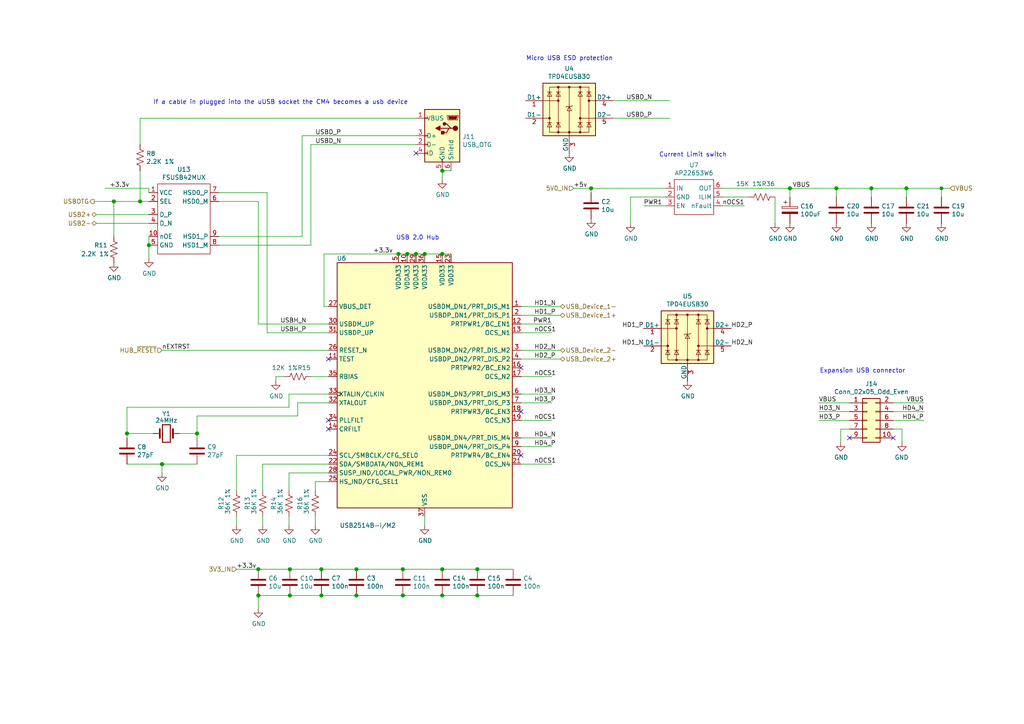
<source format=kicad_sch>
(kicad_sch (version 20231120) (generator "eeschema") (generator_version "8.0")
  (paper "A4")
  (title_block (title "Compute Module 4 IO Board - USB") (rev "1") (company "© 2020-2022 Raspberry Pi Ltd (formerly Raspberry Pi (Trading) Ltd.)") (comment 1 "www.raspberrypi.com"))
  (lib_symbols
    (symbol "CM4IO:AP2553W6"
      (property "Reference" "U" (at 3.81 -6.35 0))
      (property "Value" "AP2553W6" (at -3.81 -6.35 0))
      (symbol "AP2553W6_0_0"
        (pin power_in line (at -8.89 2.54 0) (length 2.54) (name "IN") (number "1"))
        (pin power_out line (at -8.89 0 0) (length 2.54) (name "GND") (number "2"))
        (pin input line (at -8.89 -2.54 0) (length 2.54) (name "EN") (number "3"))
        (pin open_collector line (at 7.62 -2.54 180) (length 2.54) (name "nFault") (number "4"))
        (pin passive line (at 7.62 0 180) (length 2.54) (name "ILIM") (number "5"))
        (pin power_out line (at 7.62 2.54 180) (length 2.54) (name "OUT") (number "6"))
      )
      (symbol "AP2553W6_0_1"
        (rectangle (start -6.35 5.08) (end 5.08 -5.08))
      )
    )
    (symbol "CM4IO:FSUSB42MX"
      (property "Reference" "U" (at -7.62 20.32 0))
      (property "Value" "FSUSB42MX" (at -2.54 -2.54 0))
      (symbol "FSUSB42MX_0_0"
        (pin power_in line (at 8.89 16.51 180) (length 2.54) (name "VCC") (number "1"))
        (pin input line (at 8.89 3.81 180) (length 2.54) (name "nOE") (number "10"))
        (pin input line (at 8.89 13.97 180) (length 2.54) (name "SEL") (number "2"))
        (pin bidirectional line (at 8.89 10.16 180) (length 2.54) (name "D_P") (number "3"))
        (pin bidirectional line (at 8.89 7.62 180) (length 2.54) (name "D_N") (number "4"))
        (pin power_in line (at 8.89 1.27 180) (length 2.54) (name "GND") (number "5"))
        (pin bidirectional line (at -11.43 13.97 0) (length 2.54) (name "HSD0_M") (number "6"))
        (pin bidirectional line (at -11.43 16.51 0) (length 2.54) (name "HSD0_P") (number "7"))
        (pin bidirectional line (at -11.43 1.27 0) (length 2.54) (name "HSD1_M") (number "8"))
        (pin bidirectional line (at -11.43 3.81 0) (length 2.54) (name "HSD1_P") (number "9"))
      )
      (symbol "FSUSB42MX_0_1"
        (rectangle (start -8.89 19.05) (end 6.35 -1.27))
      )
    )
    (symbol "CM4IO:TPD4EUSB30" (pin_names (offset 0))
      (property "Reference" "U" (at -0.635 8.89 0))
      (property "Value" "TPD4EUSB30" (at 8.89 -10.16 0))
      (symbol "TPD4EUSB30_0_0"
        (rectangle (start -5.715 6.477) (end 5.715 -6.604))
        (polyline (pts (xy -3.175 -6.604) (xy -3.175 6.477)))
        (polyline (pts (xy 0 6.477) (xy 0 -6.604)))
        (polyline (pts (xy 3.175 6.477) (xy 3.175 -6.604)))
      )
      (symbol "TPD4EUSB30_0_1"
        (rectangle (start -7.62 7.62) (end 7.62 -7.62) (stroke (width 0.254)) (fill (type background)))
        (circle (center -5.715 -2.54) (radius 0.2794) (fill (type outline)))
        (circle (center -3.175 -6.604) (radius 0.2794) (fill (type outline)))
        (circle (center -3.175 2.54) (radius 0.2794) (fill (type outline)))
        (circle (center -3.175 6.477) (radius 0.2794) (fill (type outline)))
        (circle (center 0 -6.604) (radius 0.2794) (fill (type outline)))
        (polyline (pts (xy -7.747 2.54) (xy -3.175 2.54)))
        (polyline (pts (xy -7.62 -2.54) (xy -5.715 -2.54)))
        (polyline (pts (xy -5.08 -3.81) (xy -6.35 -3.81)))
        (polyline (pts (xy -5.08 5.08) (xy -6.35 5.08)))
        (polyline (pts (xy -2.54 -3.81) (xy -3.81 -3.81)))
        (polyline (pts (xy -2.54 5.08) (xy -3.81 5.08)))
        (polyline (pts (xy -0.635 0.889) (xy -1.016 0.635)))
        (polyline (pts (xy 0 -6.604) (xy 0 -7.62)))
        (polyline (pts (xy 0.635 0.889) (xy -0.635 0.889)))
        (polyline (pts (xy 0.635 0.889) (xy 1.016 1.143)))
        (polyline (pts (xy 3.81 -3.81) (xy 2.54 -3.81)))
        (polyline (pts (xy 3.81 5.08) (xy 2.54 5.08)))
        (polyline (pts (xy 6.35 -3.81) (xy 5.08 -3.81)))
        (polyline (pts (xy 6.35 5.08) (xy 5.08 5.08)))
        (polyline (pts (xy 7.62 -2.54) (xy 3.175 -2.54)))
        (polyline (pts (xy 7.62 2.54) (xy 5.715 2.54)))
        (polyline (pts (xy -5.08 -5.08) (xy -6.35 -5.08) (xy -5.715 -3.81) (xy -5.08 -5.08)))
        (polyline (pts (xy -5.08 3.81) (xy -6.35 3.81) (xy -5.715 5.08) (xy -5.08 3.81)))
        (polyline (pts (xy -2.54 -5.08) (xy -3.81 -5.08) (xy -3.175 -3.81) (xy -2.54 -5.08)))
        (polyline (pts (xy -2.54 3.81) (xy -3.81 3.81) (xy -3.175 5.08) (xy -2.54 3.81)))
        (polyline (pts (xy 0.635 -0.381) (xy -0.635 -0.381) (xy 0 0.889) (xy 0.635 -0.381)))
        (polyline (pts (xy 3.81 -5.08) (xy 2.54 -5.08) (xy 3.175 -3.81) (xy 3.81 -5.08)))
        (polyline (pts (xy 3.81 3.81) (xy 2.54 3.81) (xy 3.175 5.08) (xy 3.81 3.81)))
        (polyline (pts (xy 6.35 -5.08) (xy 5.08 -5.08) (xy 5.715 -3.81) (xy 6.35 -5.08)))
        (polyline (pts (xy 6.35 3.81) (xy 5.08 3.81) (xy 5.715 5.08) (xy 6.35 3.81)))
        (circle (center 0 6.477) (radius 0.2794) (fill (type outline)))
        (circle (center 3.175 -6.604) (radius 0.2794) (fill (type outline)))
        (circle (center 3.175 -2.54) (radius 0.2794) (fill (type outline)))
        (circle (center 3.175 6.477) (radius 0.2794) (fill (type outline)))
        (circle (center 5.715 2.54) (radius 0.2794) (fill (type outline)))
      )
      (symbol "TPD4EUSB30_1_1"
        (pin passive line (at -12.7 2.54 0) (length 5.08) (name "D1+") (number "1"))
        (pin passive line (at -12.7 2.54 0) (length 5.08) hide (name "~") (number "10"))
        (pin passive line (at -12.7 -2.54 0) (length 5.08) (name "D1-") (number "2"))
        (pin power_in line (at 0 -12.7 90) (length 5.08) (name "GND") (number "3"))
        (pin passive line (at 12.7 2.54 180) (length 5.08) (name "D2+") (number "4"))
        (pin passive line (at 12.7 -2.54 180) (length 5.08) (name "D2-") (number "5"))
        (pin passive line (at 12.7 -2.54 180) (length 5.08) hide (name "~") (number "6"))
        (pin passive line (at 12.7 2.54 180) (length 5.08) hide (name "~") (number "7"))
        (pin passive line (at 0 -12.7 90) (length 5.08) hide (name "GND") (number "8"))
        (pin passive line (at -12.7 -2.54 0) (length 5.08) hide (name "~") (number "9"))
      )
    )
    (symbol "Connector:USB_OTG"
      (property "Reference" "J" (at -5.08 11.43 0))
      (property "Value" "USB_OTG" (at -5.08 8.89 0))
      (symbol "USB_OTG_0_1"
        (rectangle (start -5.08 -7.62) (end 5.08 7.62) (stroke (width 0.254)) (fill (type background)))
        (circle (center -3.81 2.159) (radius 0.635) (stroke (width 0.254)) (fill (type outline)))
        (circle (center -0.635 3.429) (radius 0.381) (stroke (width 0.254)) (fill (type outline)))
        (rectangle (start -0.127 -7.62) (end 0.127 -6.858))
        (polyline (pts (xy -1.905 2.159) (xy 0.635 2.159)) (stroke (width 0.254)))
        (polyline (pts (xy -3.175 2.159) (xy -2.54 2.159) (xy -1.27 3.429) (xy -0.635 3.429)) (stroke (width 0.254)))
        (polyline (pts (xy -2.54 2.159) (xy -1.905 2.159) (xy -1.27 0.889) (xy 0 0.889)) (stroke (width 0.254)))
        (polyline (pts (xy 0.635 2.794) (xy 0.635 1.524) (xy 1.905 2.159) (xy 0.635 2.794)) (stroke (width 0.254)) (fill (type outline)))
        (polyline (pts (xy -4.318 5.588) (xy -1.778 5.588) (xy -2.032 4.826) (xy -4.064 4.826) (xy -4.318 5.588)) (fill (type outline)))
        (polyline (pts (xy -4.699 5.842) (xy -4.699 5.588) (xy -4.445 4.826) (xy -4.445 4.572) (xy -1.651 4.572) (xy -1.651 4.826) (xy -1.397 5.588) (xy -1.397 5.842) (xy -4.699 5.842)))
        (rectangle (start 0.254 1.27) (end -0.508 0.508) (stroke (width 0.254)) (fill (type outline)))
        (rectangle (start 5.08 -5.207) (end 4.318 -4.953))
        (rectangle (start 5.08 -2.667) (end 4.318 -2.413))
        (rectangle (start 5.08 -0.127) (end 4.318 0.127))
        (rectangle (start 5.08 4.953) (end 4.318 5.207))
      )
      (symbol "USB_OTG_1_1"
        (pin power_in line (at 7.62 5.08 180) (length 2.54) (name "VBUS") (number "1"))
        (pin passive line (at 7.62 -2.54 180) (length 2.54) (name "D-") (number "2"))
        (pin passive line (at 7.62 0 180) (length 2.54) (name "D+") (number "3"))
        (pin passive line (at 7.62 -5.08 180) (length 2.54) (name "ID") (number "4"))
        (pin power_in line (at 0 -10.16 90) (length 2.54) (name "GND") (number "5"))
        (pin passive line (at -2.54 -10.16 90) (length 2.54) (name "Shield") (number "6"))
      )
    )
    (symbol "Connector_Generic:Conn_02x05_Odd_Even" (pin_names hide)
      (property "Reference" "J" (at 1.27 7.62 0))
      (property "Value" "Conn_02x05_Odd_Even" (at 1.27 -7.62 0))
      (symbol "Conn_02x05_Odd_Even_1_1"
        (rectangle (start -1.27 -4.953) (end 0 -5.207))
        (rectangle (start -1.27 -2.413) (end 0 -2.667))
        (rectangle (start -1.27 0.127) (end 0 -0.127))
        (rectangle (start -1.27 2.667) (end 0 2.413))
        (rectangle (start -1.27 5.207) (end 0 4.953))
        (rectangle (start -1.27 6.35) (end 3.81 -6.35) (stroke (width 0.254)) (fill (type background)))
        (rectangle (start 3.81 -4.953) (end 2.54 -5.207))
        (rectangle (start 3.81 -2.413) (end 2.54 -2.667))
        (rectangle (start 3.81 0.127) (end 2.54 -0.127))
        (rectangle (start 3.81 2.667) (end 2.54 2.413))
        (rectangle (start 3.81 5.207) (end 2.54 4.953))
        (pin passive line (at -5.08 5.08 0) (length 3.81) (name "Pin_1") (number "1"))
        (pin passive line (at 7.62 -5.08 180) (length 3.81) (name "Pin_10") (number "10"))
        (pin passive line (at 7.62 5.08 180) (length 3.81) (name "Pin_2") (number "2"))
        (pin passive line (at -5.08 2.54 0) (length 3.81) (name "Pin_3") (number "3"))
        (pin passive line (at 7.62 2.54 180) (length 3.81) (name "Pin_4") (number "4"))
        (pin passive line (at -5.08 0 0) (length 3.81) (name "Pin_5") (number "5"))
        (pin passive line (at 7.62 0 180) (length 3.81) (name "Pin_6") (number "6"))
        (pin passive line (at -5.08 -2.54 0) (length 3.81) (name "Pin_7") (number "7"))
        (pin passive line (at 7.62 -2.54 180) (length 3.81) (name "Pin_8") (number "8"))
        (pin passive line (at -5.08 -5.08 0) (length 3.81) (name "Pin_9") (number "9"))
      )
    )
    (symbol "Device:C" (pin_numbers hide) (pin_names (offset 0.254))
      (property "Reference" "C" (at 0.635 2.54 0))
      (property "Value" "C" (at 0.635 -2.54 0))
      (symbol "C_0_1"
        (polyline (pts (xy -2.032 -0.762) (xy 2.032 -0.762)) (stroke (width 0.508)))
        (polyline (pts (xy -2.032 0.762) (xy 2.032 0.762)) (stroke (width 0.508)))
      )
      (symbol "C_1_1"
        (pin passive line (at 0 3.81 270) (length 2.794) (name "~") (number "1"))
        (pin passive line (at 0 -3.81 90) (length 2.794) (name "~") (number "2"))
      )
    )
    (symbol "Device:CP" (pin_numbers hide) (pin_names (offset 0.254))
      (property "Reference" "C" (at 0.635 2.54 0))
      (property "Value" "CP" (at 0.635 -2.54 0))
      (symbol "CP_0_1"
        (rectangle (start -2.286 0.508) (end 2.286 1.016))
        (polyline (pts (xy -1.778 2.286) (xy -0.762 2.286)))
        (polyline (pts (xy -1.27 2.794) (xy -1.27 1.778)))
        (rectangle (start 2.286 -0.508) (end -2.286 -1.016) (fill (type outline)))
      )
      (symbol "CP_1_1"
        (pin passive line (at 0 3.81 270) (length 2.794) (name "~") (number "1"))
        (pin passive line (at 0 -3.81 90) (length 2.794) (name "~") (number "2"))
      )
    )
    (symbol "Device:Crystal" (pin_numbers hide) (pin_names hide)
      (property "Reference" "Y" (at 0 3.81 0))
      (property "Value" "Crystal" (at 0 -3.81 0))
      (symbol "Crystal_0_1"
        (rectangle (start -1.143 2.54) (end 1.143 -2.54) (stroke (width 0.3048)))
        (polyline (pts (xy -2.54 0) (xy -1.905 0)))
        (polyline (pts (xy -1.905 -1.27) (xy -1.905 1.27)) (stroke (width 0.508)))
        (polyline (pts (xy 1.905 -1.27) (xy 1.905 1.27)) (stroke (width 0.508)))
        (polyline (pts (xy 2.54 0) (xy 1.905 0)))
      )
      (symbol "Crystal_1_1"
        (pin passive line (at -3.81 0 0) (length 1.27) (name "1") (number "1"))
        (pin passive line (at 3.81 0 180) (length 1.27) (name "2") (number "2"))
      )
    )
    (symbol "Device:R_US" (pin_numbers hide) (pin_names (offset 0))
      (property "Reference" "R" (at 2.54 0 90))
      (property "Value" "R_US" (at -2.54 0 90))
      (symbol "R_US_0_1"
        (polyline (pts (xy 0 -2.286) (xy 0 -2.54)))
        (polyline (pts (xy 0 2.286) (xy 0 2.54)))
        (polyline (pts (xy 0 -0.762) (xy 1.016 -1.143) (xy 0 -1.524) (xy -1.016 -1.905) (xy 0 -2.286)))
        (polyline (pts (xy 0 0.762) (xy 1.016 0.381) (xy 0 0) (xy -1.016 -0.381) (xy 0 -0.762)))
        (polyline (pts (xy 0 2.286) (xy 1.016 1.905) (xy 0 1.524) (xy -1.016 1.143) (xy 0 0.762)))
      )
      (symbol "R_US_1_1"
        (pin passive line (at 0 3.81 270) (length 1.27) (name "~") (number "1"))
        (pin passive line (at 0 -3.81 90) (length 1.27) (name "~") (number "2"))
      )
    )
    (symbol "Interface_USB:USB2514B_Bi"
      (property "Reference" "U" (at -17.78 40.64 0))
      (property "Value" "USB2514B_Bi" (at -20.32 38.1 0))
      (symbol "USB2514B_Bi_0_1"
        (rectangle (start -25.4 35.56) (end 25.4 -35.56) (stroke (width 0.254)) (fill (type background)))
      )
      (symbol "USB2514B_Bi_1_1"
        (pin bidirectional line (at 27.94 22.86 180) (length 2.54) (name "USBDM_DN1/PRT_DIS_M1") (number "1"))
        (pin power_in line (at -5.08 38.1 270) (length 2.54) (name "VDDA33") (number "10"))
        (pin input line (at -27.94 7.62 0) (length 2.54) (name "TEST") (number "11"))
        (pin bidirectional line (at 27.94 17.78 180) (length 2.54) (name "PRTPWR1/BC_EN1") (number "12"))
        (pin input line (at 27.94 15.24 180) (length 2.54) (name "OCS_N1") (number "13"))
        (pin input line (at -27.94 -12.7 0) (length 2.54) (name "CRFILT") (number "14"))
        (pin power_in line (at 5.08 38.1 270) (length 2.54) (name "VDD33") (number "15"))
        (pin bidirectional line (at 27.94 5.08 180) (length 2.54) (name "PRTPWR2/BC_EN2") (number "16"))
        (pin input line (at 27.94 2.54 180) (length 2.54) (name "OCS_N2") (number "17"))
        (pin bidirectional line (at 27.94 -7.62 180) (length 2.54) (name "PRTPWR3/BC_EN3") (number "18"))
        (pin input line (at 27.94 -10.16 180) (length 2.54) (name "OCS_N3") (number "19"))
        (pin bidirectional line (at 27.94 20.32 180) (length 2.54) (name "USBDP_DN1/PRT_DIS_P1") (number "2"))
        (pin bidirectional line (at 27.94 -20.32 180) (length 2.54) (name "PRTPWR4/BC_EN4") (number "20"))
        (pin input line (at 27.94 -22.86 180) (length 2.54) (name "OCS_N4") (number "21"))
        (pin bidirectional line (at -27.94 -22.86 0) (length 2.54) (name "SDA/SMBDATA/NON_REM1") (number "22"))
        (pin power_in line (at 7.62 38.1 270) (length 2.54) (name "VDD33") (number "23"))
        (pin bidirectional line (at -27.94 -20.32 0) (length 2.54) (name "SCL/SMBCLK/CFG_SEL0") (number "24"))
        (pin bidirectional line (at -27.94 -27.94 0) (length 2.54) (name "HS_IND/CFG_SEL1") (number "25"))
        (pin input line (at -27.94 10.16 0) (length 2.54) (name "RESET_N") (number "26"))
        (pin input line (at -27.94 22.86 0) (length 2.54) (name "VBUS_DET") (number "27"))
        (pin bidirectional line (at -27.94 -25.4 0) (length 2.54) (name "SUSP_IND/LOCAL_PWR/NON_REM0") (number "28"))
        (pin power_in line (at -2.54 38.1 270) (length 2.54) (name "VDDA33") (number "29"))
        (pin bidirectional line (at 27.94 10.16 180) (length 2.54) (name "USBDM_DN2/PRT_DIS_M2") (number "3"))
        (pin bidirectional line (at -27.94 17.78 0) (length 2.54) (name "USBDM_UP") (number "30"))
        (pin bidirectional line (at -27.94 15.24 0) (length 2.54) (name "USBDP_UP") (number "31"))
        (pin output line (at -27.94 -5.08 0) (length 2.54) (name "XTALOUT") (number "32"))
        (pin input clock (at -27.94 -2.54 0) (length 2.54) (name "XTALIN/CLKIN") (number "33"))
        (pin input line (at -27.94 -10.16 0) (length 2.54) (name "PLLFILT") (number "34"))
        (pin input line (at -27.94 2.54 0) (length 2.54) (name "RBIAS") (number "35"))
        (pin power_in line (at 0 38.1 270) (length 2.54) (name "VDDA33") (number "36"))
        (pin power_in line (at 0 -38.1 90) (length 2.54) (name "VSS") (number "37"))
        (pin bidirectional line (at 27.94 7.62 180) (length 2.54) (name "USBDP_DN2/PRT_DIS_P2") (number "4"))
        (pin power_in line (at -7.62 38.1 270) (length 2.54) (name "VDDA33") (number "5"))
        (pin bidirectional line (at 27.94 -2.54 180) (length 2.54) (name "USBDM_DN3/PRT_DIS_M3") (number "6"))
        (pin bidirectional line (at 27.94 -5.08 180) (length 2.54) (name "USBDP_DN3/PRT_DIS_P3") (number "7"))
        (pin bidirectional line (at 27.94 -15.24 180) (length 2.54) (name "USBDM_DN4/PRT_DIS_M4") (number "8"))
        (pin bidirectional line (at 27.94 -17.78 180) (length 2.54) (name "USBDP_DN4/PRT_DIS_P4") (number "9"))
      )
    )
    (symbol "power:GND" (power) (pin_names (offset 0))
      (property "Value" "GND" (at 0 -3.81 0))
      (symbol "GND_0_1"
        (polyline (pts (xy 0 0) (xy 0 -1.27) (xy 1.27 -1.27) (xy 0 -2.54) (xy -1.27 -1.27) (xy 0 -1.27)))
      )
      (symbol "GND_1_1"
        (pin power_in line (at 0 0 270) (length 0) hide (name "GND") (number "1"))
      )
    )
  )
  (junction (at 103.378 165.1) (diameter 1.016))
  (junction (at 103.378 172.72) (diameter 1.016))
  (junction (at 138.43 165.1) (diameter 1.016))
  (junction (at 93.218 165.1) (diameter 1.016))
  (junction (at 128.27 49.53) (diameter 1.016))
  (junction (at 74.93 172.72) (diameter 1.016))
  (junction (at 171.45 54.61) (diameter 1.016))
  (junction (at 116.84 165.1) (diameter 1.016))
  (junction (at 84.074 165.1) (diameter 1.016))
  (junction (at 128.27 172.72) (diameter 1.016))
  (junction (at 252.73 54.61) (diameter 1.016))
  (junction (at 36.83 125.73) (diameter 1.016))
  (junction (at 120.65 73.66) (diameter 1.016))
  (junction (at 128.27 73.66) (diameter 1.016))
  (junction (at 40.64 58.42) (diameter 1.016))
  (junction (at 123.19 73.66) (diameter 1.016))
  (junction (at 128.27 165.1) (diameter 1.016))
  (junction (at 229.108 54.61) (diameter 1.016))
  (junction (at 74.93 165.1) (diameter 1.016))
  (junction (at 93.218 172.72) (diameter 1.016))
  (junction (at 57.15 125.73) (diameter 1.016))
  (junction (at 84.074 172.72) (diameter 1.016))
  (junction (at 262.89 54.61) (diameter 1.016))
  (junction (at 43.18 71.12) (diameter 1.016))
  (junction (at 33.02 58.42) (diameter 1.016))
  (junction (at 115.57 73.66) (diameter 1.016))
  (junction (at 242.57 54.61) (diameter 1.016))
  (junction (at 273.05 54.61))
  (junction (at 116.84 172.72) (diameter 1.016))
  (junction (at 118.11 73.66) (diameter 1.016))
  (junction (at 138.43 172.72) (diameter 1.016))
  (junction (at 46.99 134.62) (diameter 1.016))
  (no_connect (at 95.25 121.92))
  (no_connect (at 95.25 104.14))
  (no_connect (at 120.65 44.45))
  (no_connect (at 246.38 127))
  (no_connect (at 259.08 127))
  (no_connect (at 95.25 124.46))
  (no_connect (at 151.13 119.38))
  (no_connect (at 151.13 106.68))
  (no_connect (at 151.13 132.08))
  (wire (pts (xy 151.13 96.52) (xy 160.02 96.52)))
  (wire (pts (xy 273.05 54.61) (xy 275.59 54.61)))
  (wire (pts (xy 86.36 116.84) (xy 86.36 120.65)))
  (wire (pts (xy 267.97 121.92) (xy 259.08 121.92)))
  (wire (pts (xy 151.13 88.9) (xy 162.56 88.9)))
  (wire (pts (xy 74.93 165.1) (xy 84.074 165.1)))
  (wire (pts (xy 151.13 116.84) (xy 160.02 116.84)))
  (wire (pts (xy 36.83 127) (xy 36.83 125.73)))
  (wire (pts (xy 171.45 54.61) (xy 193.04 54.61)))
  (wire (pts (xy 93.218 165.1) (xy 103.378 165.1)))
  (wire (pts (xy 267.97 116.84) (xy 259.08 116.84)))
  (wire (pts (xy 237.49 116.84) (xy 246.38 116.84)))
  (wire (pts (xy 151.13 91.44) (xy 162.56 91.44)))
  (wire (pts (xy 57.15 120.65) (xy 57.15 125.73)))
  (wire (pts (xy 95.25 93.98) (xy 74.93 93.98)))
  (wire (pts (xy 83.82 142.24) (xy 83.82 137.16)))
  (wire (pts (xy 151.13 114.3) (xy 160.02 114.3)))
  (wire (pts (xy 138.43 165.1) (xy 148.844 165.1)))
  (wire (pts (xy 68.58 149.86) (xy 68.58 152.4)))
  (wire (pts (xy 193.04 57.15) (xy 182.88 57.15)))
  (wire (pts (xy 83.82 118.11) (xy 36.83 118.11)))
  (wire (pts (xy 93.98 88.9) (xy 93.98 73.66)))
  (wire (pts (xy 43.18 58.42) (xy 40.64 58.42)))
  (wire (pts (xy 77.47 55.88) (xy 77.47 96.52)))
  (wire (pts (xy 182.88 57.15) (xy 182.88 64.77)))
  (wire (pts (xy 74.93 58.42) (xy 74.93 93.98)))
  (wire (pts (xy 118.11 73.66) (xy 120.65 73.66)))
  (wire (pts (xy 151.13 134.62) (xy 160.02 134.62)))
  (wire (pts (xy 43.18 55.88) (xy 43.18 54.61)))
  (wire (pts (xy 83.82 114.3) (xy 83.82 118.11)))
  (wire (pts (xy 36.83 118.11) (xy 36.83 125.73)))
  (wire (pts (xy 82.55 109.22) (xy 80.01 109.22)))
  (wire (pts (xy 128.27 172.72) (xy 138.43 172.72)))
  (wire (pts (xy 63.5 71.12) (xy 90.17 71.12)))
  (wire (pts (xy 91.44 149.86) (xy 91.44 152.4)))
  (wire (pts (xy 252.73 54.61) (xy 262.89 54.61)))
  (wire (pts (xy 262.89 54.61) (xy 262.89 57.15)))
  (wire (pts (xy 128.27 49.53) (xy 130.81 49.53)))
  (wire (pts (xy 76.2 134.62) (xy 95.25 134.62)))
  (wire (pts (xy 90.17 71.12) (xy 90.17 41.91)))
  (wire (pts (xy 76.2 149.86) (xy 76.2 152.4)))
  (wire (pts (xy 57.15 125.73) (xy 57.15 127)))
  (wire (pts (xy 151.13 101.6) (xy 162.56 101.6)))
  (wire (pts (xy 90.17 109.22) (xy 95.25 109.22)))
  (wire (pts (xy 209.55 54.61) (xy 229.108 54.61)))
  (wire (pts (xy 229.108 54.61) (xy 242.57 54.61)))
  (wire (pts (xy 128.27 52.07) (xy 128.27 49.53)))
  (wire (pts (xy 166.37 54.61) (xy 171.45 54.61)))
  (wire (pts (xy 151.13 121.92) (xy 160.02 121.92)))
  (wire (pts (xy 123.19 73.66) (xy 128.27 73.66)))
  (wire (pts (xy 177.8 29.21) (xy 194.31 29.21)))
  (wire (pts (xy 242.57 54.61) (xy 252.73 54.61)))
  (wire (pts (xy 63.5 68.58) (xy 87.63 68.58)))
  (wire (pts (xy 27.94 64.77) (xy 43.18 64.77)))
  (wire (pts (xy 84.074 172.72) (xy 93.218 172.72)))
  (wire (pts (xy 68.58 132.08) (xy 95.25 132.08)))
  (wire (pts (xy 151.13 104.14) (xy 162.56 104.14)))
  (wire (pts (xy 95.25 116.84) (xy 86.36 116.84)))
  (wire (pts (xy 87.63 68.58) (xy 87.63 39.37)))
  (wire (pts (xy 261.62 124.46) (xy 261.62 128.27)))
  (wire (pts (xy 177.8 34.29) (xy 194.31 34.29)))
  (wire (pts (xy 86.36 120.65) (xy 57.15 120.65)))
  (wire (pts (xy 93.98 73.66) (xy 115.57 73.66)))
  (wire (pts (xy 83.82 149.86) (xy 83.82 152.4)))
  (wire (pts (xy 237.49 121.92) (xy 246.38 121.92)))
  (wire (pts (xy 46.99 134.62) (xy 57.15 134.62)))
  (wire (pts (xy 151.13 109.22) (xy 160.02 109.22)))
  (wire (pts (xy 91.44 142.24) (xy 91.44 139.7)))
  (wire (pts (xy 252.73 54.61) (xy 252.73 57.15)))
  (wire (pts (xy 120.65 73.66) (xy 123.19 73.66)))
  (wire (pts (xy 27.305 58.42) (xy 33.02 58.42)))
  (wire (pts (xy 224.79 57.15) (xy 224.79 64.77)))
  (wire (pts (xy 138.43 172.72) (xy 148.844 172.72)))
  (wire (pts (xy 103.378 172.72) (xy 116.84 172.72)))
  (wire (pts (xy 83.82 114.3) (xy 95.25 114.3)))
  (wire (pts (xy 63.5 55.88) (xy 77.47 55.88)))
  (wire (pts (xy 123.19 149.86) (xy 123.19 152.4)))
  (wire (pts (xy 229.108 54.61) (xy 229.108 57.15)))
  (wire (pts (xy 93.218 172.72) (xy 103.378 172.72)))
  (wire (pts (xy 36.83 125.73) (xy 44.45 125.73)))
  (wire (pts (xy 237.49 119.38) (xy 246.38 119.38)))
  (wire (pts (xy 103.378 165.1) (xy 116.84 165.1)))
  (wire (pts (xy 151.13 93.98) (xy 160.02 93.98)))
  (wire (pts (xy 115.57 73.66) (xy 118.11 73.66)))
  (wire (pts (xy 30.48 54.61) (xy 43.18 54.61)))
  (wire (pts (xy 209.55 59.69) (xy 215.9 59.69)))
  (wire (pts (xy 273.05 57.15) (xy 273.05 54.61)))
  (wire (pts (xy 209.55 57.15) (xy 217.17 57.15)))
  (wire (pts (xy 186.69 59.69) (xy 193.04 59.69)))
  (wire (pts (xy 95.25 88.9) (xy 93.98 88.9)))
  (wire (pts (xy 91.44 139.7) (xy 95.25 139.7)))
  (wire (pts (xy 74.93 176.53) (xy 74.93 172.72)))
  (wire (pts (xy 36.83 134.62) (xy 46.99 134.62)))
  (wire (pts (xy 128.27 73.66) (xy 130.81 73.66)))
  (wire (pts (xy 77.47 96.52) (xy 95.25 96.52)))
  (wire (pts (xy 259.08 124.46) (xy 261.62 124.46)))
  (wire (pts (xy 63.5 58.42) (xy 74.93 58.42)))
  (wire (pts (xy 243.84 124.46) (xy 246.38 124.46)))
  (wire (pts (xy 74.93 172.72) (xy 84.074 172.72)))
  (wire (pts (xy 68.58 165.1) (xy 74.93 165.1)))
  (wire (pts (xy 43.18 71.12) (xy 43.18 74.93)))
  (wire (pts (xy 33.02 58.42) (xy 33.02 68.58)))
  (wire (pts (xy 116.84 172.72) (xy 128.27 172.72)))
  (wire (pts (xy 151.13 129.54) (xy 160.02 129.54)))
  (wire (pts (xy 243.84 124.46) (xy 243.84 128.27)))
  (wire (pts (xy 116.84 165.1) (xy 128.27 165.1)))
  (wire (pts (xy 40.64 49.53) (xy 40.64 58.42)))
  (wire (pts (xy 46.99 101.6) (xy 95.25 101.6)))
  (wire (pts (xy 128.27 165.1) (xy 138.43 165.1)))
  (wire (pts (xy 151.13 127) (xy 160.02 127)))
  (wire (pts (xy 27.94 62.23) (xy 43.18 62.23)))
  (wire (pts (xy 262.89 54.61) (xy 273.05 54.61)))
  (wire (pts (xy 76.2 142.24) (xy 76.2 134.62)))
  (wire (pts (xy 52.07 125.73) (xy 57.15 125.73)))
  (wire (pts (xy 40.64 34.29) (xy 120.65 34.29)))
  (wire (pts (xy 40.64 58.42) (xy 33.02 58.42)))
  (wire (pts (xy 68.58 142.24) (xy 68.58 132.08)))
  (wire (pts (xy 90.17 41.91) (xy 120.65 41.91)))
  (wire (pts (xy 84.074 165.1) (xy 93.218 165.1)))
  (wire (pts (xy 87.63 39.37) (xy 120.65 39.37)))
  (wire (pts (xy 171.45 55.88) (xy 171.45 54.61)))
  (wire (pts (xy 80.01 109.22) (xy 80.01 110.49)))
  (wire (pts (xy 40.64 41.91) (xy 40.64 34.29)))
  (wire (pts (xy 83.82 137.16) (xy 95.25 137.16)))
  (wire (pts (xy 43.18 68.58) (xy 43.18 71.12)))
  (wire (pts (xy 267.97 119.38) (xy 259.08 119.38)))
  (wire (pts (xy 46.99 134.62) (xy 46.99 137.16)))
  (wire (pts (xy 242.57 57.15) (xy 242.57 54.61)))
  (text "Expansion USB connector" (at 262.6106 108.3818 0) (effects (font (size 1.27 1.27)) (justify right bottom)))
  (text "Current Limit switch" (at 210.82 45.72 0) (effects (font (size 1.27 1.27)) (justify right bottom)))
  (text "USB 2.0 Hub" (at 127.4318 69.7992 0) (effects (font (size 1.27 1.27)) (justify right bottom)))
  (text "If a cable in plugged into the uUSB socket the CM4 becomes a usb device" (at 44.45 30.48 0) (effects (font (size 1.27 1.27)) (justify left bottom)))
  (text "Micro USB ESD protection" (at 177.8 17.78 0) (effects (font (size 1.27 1.27)) (justify right bottom)))
  (label "nOCS1" (at 154.94 96.52 0))
  (label "HD1_P" (at 186.69 95.25 180))
  (label "+3.3v" (at 31.75 54.61 0))
  (label "HD3_N" (at 237.49 119.38 0))
  (label "HD1_N" (at 186.69 100.33 180))
  (label "HD1_N" (at 154.94 88.9 0))
  (label "HD4_P" (at 154.94 129.54 0))
  (label "VBUS" (at 237.49 116.84 0))
  (label "nOCS1" (at 209.55 59.69 0))
  (label "PWR1" (at 160.02 93.98 180))
  (label "USBD_N" (at 181.61 29.21 0))
  (label "nOCS1" (at 154.94 109.22 0))
  (label "VBUS" (at 229.87 54.61 0))
  (label "HD2_P" (at 212.09 95.25 0))
  (label "USBD_N" (at 91.44 41.91 0))
  (label "HD2_P" (at 154.94 104.14 0))
  (label "+3.3v" (at 68.58 165.1 0))
  (label "+5v" (at 166.37 54.61 0))
  (label "HD4_N" (at 154.94 127 0))
  (label "HD4_P" (at 267.97 121.92 180))
  (label "USBH_P" (at 81.28 96.52 0))
  (label "HD3_P" (at 154.94 116.84 0))
  (label "nEXTRST" (at 46.99 101.6 0))
  (label "+3.3v" (at 108.204 73.66 0))
  (label "HD2_N" (at 154.94 101.6 0))
  (label "USBD_P" (at 181.61 34.29 0))
  (label "USBD_P" (at 91.44 39.37 0))
  (label "HD4_N" (at 267.97 119.38 180))
  (label "nOCS1" (at 154.94 134.62 0))
  (label "nOCS1" (at 154.94 121.92 0))
  (label "HD3_P" (at 237.49 121.92 0))
  (label "HD2_N" (at 212.09 100.33 0))
  (label "PWR1" (at 186.69 59.69 0))
  (label "USBH_N" (at 81.28 93.98 0))
  (label "HD3_N" (at 154.94 114.3 0))
  (label "HD1_P" (at 154.94 91.44 0))
  (label "VBUS" (at 267.97 116.84 180))
  (hierarchical_label "USB_Device_2-" (shape bidirectional) (at 162.56 101.6 0))
  (hierarchical_label "USB2-" (shape bidirectional) (at 27.94 64.77 180))
  (hierarchical_label "USBOTG" (shape output) (at 27.305 58.42 180))
  (hierarchical_label "3V3_IN" (shape input) (at 68.58 165.1 180))
  (hierarchical_label "USB2+" (shape bidirectional) (at 27.94 62.23 180))
  (hierarchical_label "VBUS" (shape input) (at 275.59 54.61 0))
  (hierarchical_label "USB_Device_2+" (shape bidirectional) (at 162.56 104.14 0))
  (hierarchical_label "USB_Device_1+" (shape bidirectional) (at 162.56 91.44 0))
  (hierarchical_label "USB_Device_1-" (shape bidirectional) (at 162.56 88.9 0))
  (hierarchical_label "HUB_~{RESET}" (shape input) (at 46.99 101.6 180))
  (hierarchical_label "5V0_IN" (shape input) (at 166.37 54.61 180))
  (symbol (lib_id "power:GND") (at 243.84 128.27 0) (unit 1)
    (property "Reference" "#PWR025" (effects (hide yes)))
    (property "Value" "GND" (at 243.967 132.6642 0))
  )
  (symbol (lib_id "power:GND") (at 261.62 128.27 0) (mirror y) (unit 1)
    (property "Reference" "#PWR026" (effects (hide yes)))
    (property "Value" "GND" (at 261.493 132.6642 0))
  )
  (symbol (lib_id "Connector_Generic:Conn_02x05_Odd_Even") (at 251.46 121.92 0) (unit 1)
    (property "Reference" "J14" (at 252.73 111.3282 0))
    (property "Value" "Conn_02x05_Odd_Even" (at 252.73 113.6396 0))
    (property "Footprint" "Connector_PinHeader_2.54mm:PinHeader_2x05_P2.54mm_Vertical" (effects (hide yes)))
    (property "Datasheet" "https://www.toby.co.uk/uploads/publications/1673.pdf" (effects (hide yes)))
    (property "Field4" "Toby" (effects (hide yes)))
    (property "Field5" "THD-05-R" (effects (hide yes)))
    (property "Field6" "THD-05-R" (effects (hide yes)))
    (property "Field7" "Toby" (effects (hide yes)))
    (property "Part Description" "PinHeader_2x05_P2.54mm_Vertical" (effects (hide yes)))
  )
  (symbol (lib_id "Connector:USB_OTG") (at 128.27 39.37 0) (mirror y) (unit 1)
    (property "Reference" "J11" (at 134.112 39.6494 0) (effects (justify right)))
    (property "Value" "USB_OTG" (at 134.112 41.9608 0) (effects (justify right)))
    (property "Footprint" "CM4IO:USB_Micro-B_EDAC_UCON00686" (effects (hide yes)))
    (property "Datasheet" "https://cdn.amphenol-icc.com/media/wysiwyg/files/documentation/datasheet/inputoutput/io_usb_micro.pd" (effects (hide yes)))
    (property "Field4" "Digikey" (effects (hide yes)))
    (property "Field5" "609-4050-2-ND" (effects (hide yes)))
    (property "Field6" "690-005-298-486" (effects (hide yes)))
    (property "Field7" "EDAC" (effects (hide yes)))
    (property "Part Description" "USB - micro B USB 2.0 Receptacle Connector 5 Position Surface Mount, Right Angle; Through Hole" (effects (hide yes)))
    (property "Field8" "UCON00686" (effects (hide yes)))
  )
  (symbol (lib_id "Device:R_US") (at 40.64 45.72 0) (unit 1)
    (property "Reference" "R8" (at 42.418 44.5516 0) (effects (justify left)))
    (property "Value" "2.2K 1%" (at 42.418 46.863 0) (effects (justify left)))
    (property "Footprint" "Resistor_SMD:R_0402_1005Metric" (effects (hide yes)))
    (property "Description" "Resistor, US symbol" (effects (hide yes)))
    (property "Field4" "Farnell" (effects (hide yes)))
    (property "Field5" "9239278" (effects (hide yes)))
    (property "Field7" "KOA EUROPE GMBH" (effects (hide yes)))
    (property "Field6" "RK73G1ETQTP2201D         " (effects (hide yes)))
    (property "Part Description" "Resistor 2.2K M1005 1% 63mW" (effects (hide yes)))
    (property "Field8" "120889581" (effects (hide yes)))
  )
  (symbol (lib_id "power:GND") (at 171.45 63.5 0) (unit 1)
    (property "Reference" "#PWR017" (effects (hide yes)))
    (property "Value" "GND" (at 171.577 67.8942 0))
  )
  (symbol (lib_id "Device:C") (at 242.57 60.96 0) (unit 1)
    (property "Reference" "C20" (at 245.491 59.7916 0) (effects (justify left)))
    (property "Value" "10u" (at 245.491 62.103 0) (effects (justify left)))
    (property "Footprint" "Capacitor_SMD:C_0805_2012Metric" (effects (hide yes)))
    (property "Datasheet" "https://search.murata.co.jp/Ceramy/image/img/A01X/G101/ENG/GRM21BR71A106KA73-01.pdf" (effects (hide yes)))
    (property "Field5" "490-14381-1-ND" (effects (hide yes)))
    (property "Field4" "Digikey" (effects (hide yes)))
    (property "Field6" "GRM21BR71A106KA73L" (effects (hide yes)))
    (property "Field7" "Murata" (effects (hide yes)))
    (property "Part Description" "	10uF 10% 10V Ceramic Capacitor X7R 0805 (2012 Metric)" (effects (hide yes)))
    (property "Field8" "111893011" (effects (hide yes)))
  )
  (symbol (lib_id "power:GND") (at 242.57 64.77 0) (unit 1)
    (property "Reference" "#PWR021" (effects (hide yes)))
    (property "Value" "GND" (at 242.697 69.1642 0))
  )
  (symbol (lib_id "Device:C") (at 252.73 60.96 0) (unit 1)
    (property "Reference" "C17" (at 255.651 59.7916 0) (effects (justify left)))
    (property "Value" "10u" (at 255.651 62.103 0) (effects (justify left)))
    (property "Footprint" "Capacitor_SMD:C_0805_2012Metric" (effects (hide yes)))
    (property "Datasheet" "https://search.murata.co.jp/Ceramy/image/img/A01X/G101/ENG/GRM21BR71A106KA73-01.pdf" (effects (hide yes)))
    (property "Field5" "490-14381-1-ND" (effects (hide yes)))
    (property "Field4" "Digikey" (effects (hide yes)))
    (property "Field6" "GRM21BR71A106KA73L" (effects (hide yes)))
    (property "Field7" "Murata" (effects (hide yes)))
    (property "Part Description" "	10uF 10% 10V Ceramic Capacitor X7R 0805 (2012 Metric)" (effects (hide yes)))
    (property "Field8" "111893011" (effects (hide yes)))
  )
  (symbol (lib_id "power:GND") (at 252.73 64.77 0) (unit 1)
    (property "Reference" "#PWR018" (effects (hide yes)))
    (property "Value" "GND" (at 252.857 69.1642 0))
  )
  (symbol (lib_id "Device:C") (at 262.89 60.96 0) (unit 1)
    (property "Reference" "C21" (at 265.811 59.7916 0) (effects (justify left)))
    (property "Value" "10u" (at 265.811 62.103 0) (effects (justify left)))
    (property "Footprint" "Capacitor_SMD:C_0805_2012Metric" (effects (hide yes)))
    (property "Datasheet" "https://search.murata.co.jp/Ceramy/image/img/A01X/G101/ENG/GRM21BR71A106KA73-01.pdf" (effects (hide yes)))
    (property "Field5" "490-14381-1-ND" (effects (hide yes)))
    (property "Field4" "Digikey" (effects (hide yes)))
    (property "Field6" "GRM21BR71A106KA73L" (effects (hide yes)))
    (property "Field7" "Murata" (effects (hide yes)))
    (property "Part Description" "	10uF 10% 10V Ceramic Capacitor X7R 0805 (2012 Metric)" (effects (hide yes)))
    (property "Field8" "111893011" (effects (hide yes)))
  )
  (symbol (lib_id "Device:C") (at 273.05 60.96 0) (unit 1)
    (property "Reference" "C19" (at 275.971 59.7916 0) (effects (justify left)))
    (property "Value" "10u" (at 275.971 62.103 0) (effects (justify left)))
    (property "Footprint" "Capacitor_SMD:C_0805_2012Metric" (effects (hide yes)))
    (property "Datasheet" "https://search.murata.co.jp/Ceramy/image/img/A01X/G101/ENG/GRM21BR71A106KA73-01.pdf" (effects (hide yes)))
    (property "Field5" "490-14381-1-ND" (effects (hide yes)))
    (property "Field4" "Digikey" (effects (hide yes)))
    (property "Field6" "GRM21BR71A106KA73L" (effects (hide yes)))
    (property "Field7" "Murata" (effects (hide yes)))
    (property "Part Description" "	10uF 10% 10V Ceramic Capacitor X7R 0805 (2012 Metric)" (effects (hide yes)))
    (property "Field8" "111893011" (effects (hide yes)))
  )
  (symbol (lib_id "Device:R_US") (at 33.02 72.39 0) (unit 1)
    (property "Reference" "R11" (at 27.305 71.12 0) (effects (justify left)))
    (property "Value" "2.2K 1%" (at 23.495 73.66 0) (effects (justify left)))
    (property "Footprint" "Resistor_SMD:R_0402_1005Metric" (effects (hide yes)))
    (property "Description" "Resistor, US symbol" (effects (hide yes)))
    (property "Field4" "Farnell" (effects (hide yes)))
    (property "Field5" "9239278" (effects (hide yes)))
    (property "Field7" "KOA EUROPE GMBH" (effects (hide yes)))
    (property "Field6" "RK73G1ETQTP2201D         " (effects (hide yes)))
    (property "Part Description" "Resistor 2.2K M1005 1% 63mW" (effects (hide yes)))
    (property "Field8" "120889581" (effects (hide yes)))
  )
  (symbol (lib_id "CM4IO:AP2553W6") (at 201.93 57.15 0) (unit 1)
    (property "Reference" "U7" (at 201.295 47.879 0))
    (property "Value" "AP22653W6" (at 201.295 50.1904 0))
    (property "Footprint" "Package_TO_SOT_SMD:SOT-23-6" (effects (hide yes)))
    (property "Datasheet" "https://www.diodes.com/assets/Datasheets/AP255x.pdf" (effects (hide yes)))
    (property "Field4" "Digikey" (effects (hide yes)))
    (property "Field5" "	31-AP22653W6-7CT-ND" (effects (hide yes)))
    (property "Field6" "AP22653W6" (effects (hide yes)))
    (property "Field7" "Diodes" (effects (hide yes)))
    (property "Part Description" "	Power Switch/Driver 1:1 P-Channel 2.1A SOT-23-6" (effects (hide yes)))
  )
  (symbol (lib_id "Interface_USB:USB2514B_Bi") (at 123.19 111.76 0) (unit 1)
    (property "Reference" "U6" (at 99.06 74.93 0))
    (property "Value" "USB2514B-I/M2" (at 106.68 152.4 0))
    (property "Footprint" "Package_DFN_QFN:QFN-36-1EP_6x6mm_P0.5mm_EP3.7x3.7mm" (effects (hide yes)))
    (property "Datasheet" "http://ww1.microchip.com/downloads/en/DeviceDoc/00001692C.pdf" (effects (hide yes)))
    (property "Field4" "Farnell" (effects (hide yes)))
    (property "Field5" "2775060" (effects (hide yes)))
    (property "Field6" "USB2514B-I/M2" (effects (hide yes)))
    (property "Field7" "Microchip" (effects (hide yes)))
    (property "Part Description" "	USB Hub Controller USB Interface 36-SQFN (6x6)" (effects (hide yes)))
    (property "Field8" "UICC00931" (effects (hide yes)))
  )
  (symbol (lib_id "power:GND") (at 80.01 110.49 0) (unit 1)
    (property "Reference" "#PWR010" (effects (hide yes)))
    (property "Value" "GND" (at 80.137 114.8842 0))
  )
  (symbol (lib_id "power:GND") (at 182.88 64.77 0) (unit 1)
    (property "Reference" "#PWR014" (effects (hide yes)))
    (property "Value" "GND" (at 183.007 69.1642 0))
  )
  (symbol (lib_id "Device:R_US") (at 83.82 146.05 0) (unit 1)
    (property "Reference" "R14" (at 79.375 147.955 90) (effects (justify left)))
    (property "Value" "36K 1%" (at 81.28 149.225 90) (effects (justify left)))
    (property "Footprint" "Resistor_SMD:R_0402_1005Metric" (effects (hide yes)))
    (property "Description" "Resistor, US symbol" (effects (hide yes)))
    (property "Field4" "Farnell" (effects (hide yes)))
    (property "Field5" "1458788" (effects (hide yes)))
    (property "Field7" "Rohm" (effects (hide yes)))
    (property "Field6" "MCR01MZPF3602" (effects (hide yes)))
    (property "Part Description" "Resistor 36K M1005 1% 63mW" (effects (hide yes)))
  )
  (symbol (lib_id "Device:R_US") (at 76.2 146.05 0) (unit 1)
    (property "Reference" "R13" (at 71.755 147.955 90) (effects (justify left)))
    (property "Value" "36K 1%" (at 73.66 149.225 90) (effects (justify left)))
    (property "Footprint" "Resistor_SMD:R_0402_1005Metric" (effects (hide yes)))
    (property "Description" "Resistor, US symbol" (effects (hide yes)))
    (property "Field4" "Farnell" (effects (hide yes)))
    (property "Field5" "1458788" (effects (hide yes)))
    (property "Field7" "Rohm" (effects (hide yes)))
    (property "Field6" "MCR01MZPF3602" (effects (hide yes)))
    (property "Part Description" "Resistor 36K M1005 1% 63mW" (effects (hide yes)))
  )
  (symbol (lib_id "Device:R_US") (at 68.58 146.05 0) (unit 1)
    (property "Reference" "R12" (at 64.135 147.955 90) (effects (justify left)))
    (property "Value" "36K 1%" (at 66.04 149.225 90) (effects (justify left)))
    (property "Footprint" "Resistor_SMD:R_0402_1005Metric" (effects (hide yes)))
    (property "Description" "Resistor, US symbol" (effects (hide yes)))
    (property "Field4" "Farnell" (effects (hide yes)))
    (property "Field5" "1458788" (effects (hide yes)))
    (property "Field7" "Rohm" (effects (hide yes)))
    (property "Field6" "MCR01MZPF3602" (effects (hide yes)))
    (property "Part Description" "Resistor 36K M1005 1% 63mW" (effects (hide yes)))
  )
  (symbol (lib_id "power:GND") (at 68.58 152.4 0) (unit 1)
    (property "Reference" "#PWR08" (effects (hide yes)))
    (property "Value" "GND" (at 68.707 156.7942 0))
  )
  (symbol (lib_id "power:GND") (at 76.2 152.4 0) (unit 1)
    (property "Reference" "#PWR09" (effects (hide yes)))
    (property "Value" "GND" (at 76.327 156.7942 0))
  )
  (symbol (lib_id "power:GND") (at 83.82 152.4 0) (unit 1)
    (property "Reference" "#PWR011" (effects (hide yes)))
    (property "Value" "GND" (at 83.947 156.7942 0))
  )
  (symbol (lib_id "power:GND") (at 91.44 152.4 0) (unit 1)
    (property "Reference" "#PWR012" (effects (hide yes)))
    (property "Value" "GND" (at 91.567 156.7942 0))
  )
  (symbol (lib_id "Device:R_US") (at 220.98 57.15 90) (unit 1)
    (property "Reference" "R36" (at 224.79 53.34 90) (effects (justify left)))
    (property "Value" "15K 1%" (at 220.98 53.34 90) (effects (justify left)))
    (property "Footprint" "Resistor_SMD:R_0402_1005Metric" (effects (hide yes)))
    (property "Description" "Resistor, US symbol" (effects (hide yes)))
    (property "Field4" "Farnell" (effects (hide yes)))
    (property "Field5" "9239375" (effects (hide yes)))
    (property "Field6" "MCR01MZPF1502" (effects (hide yes)))
    (property "Field7" "Rohm" (effects (hide yes)))
    (property "Part Description" "Resistor 15K M1005 1% 63mW" (effects (hide yes)))
    (property "Field8" "120891581" (effects (hide yes)))
  )
  (symbol (lib_id "power:GND") (at 224.79 64.77 0) (unit 1)
    (property "Reference" "#PWR019" (effects (hide yes)))
    (property "Value" "GND" (at 224.917 69.1642 0))
  )
  (symbol (lib_id "power:GND") (at 262.89 64.77 0) (unit 1)
    (property "Reference" "#PWR049" (effects (hide yes)))
    (property "Value" "GND" (at 263.017 69.1642 0))
  )
  (symbol (lib_id "power:GND") (at 273.05 64.77 0) (unit 1)
    (property "Reference" "#PWR050" (effects (hide yes)))
    (property "Value" "GND" (at 273.177 69.1642 0))
  )
  (symbol (lib_id "power:GND") (at 128.27 52.07 0) (unit 1)
    (property "Reference" "#PWR013" (effects (hide yes)))
    (property "Value" "GND" (at 128.397 56.4642 0))
  )
  (symbol (lib_id "CM4IO:FSUSB42MX") (at 52.07 72.39 0) (mirror y) (unit 1)
    (property "Reference" "U13" (at 53.34 49.149 0))
    (property "Value" "FSUSB42MUX" (at 53.34 51.4604 0))
    (property "Footprint" "Package_SO:MSOP-10_3x3mm_P0.5mm" (effects (hide yes)))
    (property "Datasheet" "https://www.onsemi.com/pub/Collateral/FSUSB42-D.PDF" (effects (hide yes)))
    (property "Field4" "Farnell" (effects (hide yes)))
    (property "Field5" "2564479" (effects (hide yes)))
    (property "Field6" "FSUSB42MUX" (effects (hide yes)))
    (property "Field7" "Onsemi" (effects (hide yes)))
    (property "Part Description" "USB Switch IC 1 Channel 10-MSOP" (effects (hide yes)))
  )
  (symbol (lib_id "power:GND") (at 123.19 152.4 0) (unit 1)
    (property "Reference" "#PWR0142" (effects (hide yes)))
    (property "Value" "GND" (at 123.317 156.7942 0))
  )
  (symbol (lib_id "power:GND") (at 43.18 74.93 0) (unit 1)
    (property "Reference" "#PWR0143" (effects (hide yes)))
    (property "Value" "GND" (at 43.307 79.3242 0))
  )
  (symbol (lib_id "power:GND") (at 33.02 76.2 0) (unit 1)
    (property "Reference" "#PWR0144" (effects (hide yes)))
    (property "Value" "GND" (at 33.147 80.5942 0))
  )
  (symbol (lib_id "Device:R_US") (at 86.36 109.22 90) (unit 1)
    (property "Reference" "R15" (at 90.17 106.68 90) (effects (justify left)))
    (property "Value" "12K 1%" (at 86.36 106.68 90) (effects (justify left)))
    (property "Footprint" "Resistor_SMD:R_0402_1005Metric" (effects (hide yes)))
    (property "Description" "Resistor, US symbol" (effects (hide yes)))
    (property "Field4" "Farnell" (effects (hide yes)))
    (property "Field5" "9239367" (effects (hide yes)))
    (property "Field7" "Rohm" (effects (hide yes)))
    (property "Field6" "MCR01MZPF1202" (effects (hide yes)))
    (property "Part Description" "Resistor 12K M1005 1% 63mW" (effects (hide yes)))
  )
  (symbol (lib_id "Device:R_US") (at 91.44 146.05 0) (unit 1)
    (property "Reference" "R16" (at 86.995 147.955 90) (effects (justify left)))
    (property "Value" "36K 1%" (at 88.9 149.225 90) (effects (justify left)))
    (property "Footprint" "Resistor_SMD:R_0402_1005Metric" (effects (hide yes)))
    (property "Description" "Resistor, US symbol" (effects (hide yes)))
    (property "Field4" "Farnell" (effects (hide yes)))
    (property "Field5" "1458788" (effects (hide yes)))
    (property "Field7" "Rohm" (effects (hide yes)))
    (property "Field6" "MCR01MZPF3602" (effects (hide yes)))
    (property "Part Description" "Resistor 36K M1005 1% 63mW" (effects (hide yes)))
  )
  (symbol (lib_id "Device:C") (at 116.84 168.91 0) (unit 1)
    (property "Reference" "C11" (at 119.761 167.7416 0) (effects (justify left)))
    (property "Value" "100n" (at 119.761 170.053 0) (effects (justify left)))
    (property "Footprint" "Capacitor_SMD:C_0402_1005Metric" (effects (hide yes)))
    (property "Datasheet" "https://search.murata.co.jp/Ceramy/image/img/A01X/G101/ENG/GRM155R71C104KA88-01.pdf" (effects (hide yes)))
    (property "Field4" "Farnell" (effects (hide yes)))
    (property "Field5" "2611911" (effects (hide yes)))
    (property "Field6" "RM EMK105 B7104KV-F" (effects (hide yes)))
    (property "Field7" "TAIYO YUDEN EUROPE GMBH" (effects (hide yes)))
    (property "Part Description" "	0.1uF 10% 16V Ceramic Capacitor X7R 0402 (1005 Metric)" (effects (hide yes)))
    (property "Field8" "110091611" (effects (hide yes)))
  )
  (symbol (lib_id "Device:C") (at 128.27 168.91 0) (unit 1)
    (property "Reference" "C14" (at 131.191 167.7416 0) (effects (justify left)))
    (property "Value" "100n" (at 131.191 170.053 0) (effects (justify left)))
    (property "Footprint" "Capacitor_SMD:C_0402_1005Metric" (effects (hide yes)))
    (property "Datasheet" "https://search.murata.co.jp/Ceramy/image/img/A01X/G101/ENG/GRM155R71C104KA88-01.pdf" (effects (hide yes)))
    (property "Field4" "Farnell" (effects (hide yes)))
    (property "Field5" "2611911" (effects (hide yes)))
    (property "Field6" "RM EMK105 B7104KV-F" (effects (hide yes)))
    (property "Field7" "TAIYO YUDEN EUROPE GMBH" (effects (hide yes)))
    (property "Part Description" "	0.1uF 10% 16V Ceramic Capacitor X7R 0402 (1005 Metric)" (effects (hide yes)))
    (property "Field8" "110091611" (effects (hide yes)))
  )
  (symbol (lib_id "Device:C") (at 138.43 168.91 0) (unit 1)
    (property "Reference" "C15" (at 141.351 167.7416 0) (effects (justify left)))
    (property "Value" "100n" (at 141.351 170.053 0) (effects (justify left)))
    (property "Footprint" "Capacitor_SMD:C_0402_1005Metric" (effects (hide yes)))
    (property "Datasheet" "https://search.murata.co.jp/Ceramy/image/img/A01X/G101/ENG/GRM155R71C104KA88-01.pdf" (effects (hide yes)))
    (property "Field4" "Farnell" (effects (hide yes)))
    (property "Field5" "2611911" (effects (hide yes)))
    (property "Field6" "RM EMK105 B7104KV-F" (effects (hide yes)))
    (property "Field7" "TAIYO YUDEN EUROPE GMBH" (effects (hide yes)))
    (property "Part Description" "	0.1uF 10% 16V Ceramic Capacitor X7R 0402 (1005 Metric)" (effects (hide yes)))
    (property "Field8" "110091611" (effects (hide yes)))
  )
  (symbol (lib_id "Device:C") (at 93.218 168.91 0) (unit 1)
    (property "Reference" "C7" (at 96.139 167.7416 0) (effects (justify left)))
    (property "Value" "100n" (at 96.139 170.053 0) (effects (justify left)))
    (property "Footprint" "Capacitor_SMD:C_0402_1005Metric" (effects (hide yes)))
    (property "Datasheet" "https://search.murata.co.jp/Ceramy/image/img/A01X/G101/ENG/GRM155R71C104KA88-01.pdf" (effects (hide yes)))
    (property "Field4" "Farnell" (effects (hide yes)))
    (property "Field5" "2611911" (effects (hide yes)))
    (property "Field6" "RM EMK105 B7104KV-F" (effects (hide yes)))
    (property "Field7" "TAIYO YUDEN EUROPE GMBH" (effects (hide yes)))
    (property "Part Description" "	0.1uF 10% 16V Ceramic Capacitor X7R 0402 (1005 Metric)" (effects (hide yes)))
    (property "Field8" "110091611" (effects (hide yes)))
  )
  (symbol (lib_id "power:GND") (at 74.93 176.53 0) (unit 1)
    (property "Reference" "#PWR06" (effects (hide yes)))
    (property "Value" "GND" (at 75.057 180.9242 0))
  )
  (symbol (lib_id "Device:C") (at 74.93 168.91 0) (unit 1)
    (property "Reference" "C6" (at 77.851 167.7416 0) (effects (justify left)))
    (property "Value" "10u" (at 77.851 170.053 0) (effects (justify left)))
    (property "Footprint" "Capacitor_SMD:C_0805_2012Metric" (effects (hide yes)))
    (property "Datasheet" "https://search.murata.co.jp/Ceramy/image/img/A01X/G101/ENG/GRM21BR71A106KA73-01.pdf" (effects (hide yes)))
    (property "Field5" "490-14381-1-ND" (effects (hide yes)))
    (property "Field4" "Digikey" (effects (hide yes)))
    (property "Field6" "GRM21BR71A106KA73L" (effects (hide yes)))
    (property "Field7" "Murata" (effects (hide yes)))
    (property "Part Description" "	10uF 10% 10V Ceramic Capacitor X7R 0805 (2012 Metric)" (effects (hide yes)))
    (property "Field8" "111893011" (effects (hide yes)))
  )
  (symbol (lib_id "Device:C") (at 84.074 168.91 0) (unit 1)
    (property "Reference" "C10" (at 86.995 167.7416 0) (effects (justify left)))
    (property "Value" "10u" (at 86.995 170.053 0) (effects (justify left)))
    (property "Footprint" "Capacitor_SMD:C_0805_2012Metric" (effects (hide yes)))
    (property "Datasheet" "https://search.murata.co.jp/Ceramy/image/img/A01X/G101/ENG/GRM21BR71A106KA73-01.pdf" (effects (hide yes)))
    (property "Field5" "490-14381-1-ND" (effects (hide yes)))
    (property "Field4" "Digikey" (effects (hide yes)))
    (property "Field6" "GRM21BR71A106KA73L" (effects (hide yes)))
    (property "Field7" "Murata" (effects (hide yes)))
    (property "Part Description" "	10uF 10% 10V Ceramic Capacitor X7R 0805 (2012 Metric)" (effects (hide yes)))
    (property "Field8" "111893011" (effects (hide yes)))
  )
  (symbol (lib_id "Device:Crystal") (at 48.26 125.73 0) (unit 1)
    (property "Reference" "Y1" (at 48.26 120.015 0))
    (property "Value" "24MHz" (at 48.26 121.92 0))
    (property "Footprint" "Crystal:Crystal_SMD_HC49-SD" (effects (hide yes)))
    (property "Field4" "Farnell" (effects (hide yes)))
    (property "Field5" "2508493" (effects (hide yes)))
    (property "Field7" "AEL" (effects (hide yes)))
    (property "Field6" "X24M000000S128" (effects (hide yes)))
    (property "Part Description" "24MHz Crystal 18pf 30ppm 30ppm" (effects (hide yes)))
  )
  (symbol (lib_id "Device:C") (at 36.83 130.81 0) (unit 1)
    (property "Reference" "C8" (at 39.751 129.6416 0) (effects (justify left)))
    (property "Value" "27pF" (at 39.751 131.953 0) (effects (justify left)))
    (property "Footprint" "Capacitor_SMD:C_0402_1005Metric" (effects (hide yes)))
    (property "Datasheet" "https://search.murata.co.jp/Ceramy/image/img/A01X/G101/ENG/GJM1555C1H270JB01-01.pdf" (effects (hide yes)))
    (property "Field8" "UCAP00738 " (effects (hide yes)))
    (property "Field5" "490-17672-1-ND" (effects (hide yes)))
    (property "Field6" "GJM1555C1H270JB01D" (effects (hide yes)))
    (property "Field7" "Murata" (effects (hide yes)))
    (property "Part Description" "	27pF 5% 50V Ceramic Capacitor C0G, NP0 0402 (1005 Metric)" (effects (hide yes)))
    (property "Field4" "Digikey" (effects (hide yes)))
  )
  (symbol (lib_id "Device:C") (at 57.15 130.81 0) (unit 1)
    (property "Reference" "C9" (at 60.071 129.6416 0) (effects (justify left)))
    (property "Value" "27pF" (at 60.071 131.953 0) (effects (justify left)))
    (property "Footprint" "Capacitor_SMD:C_0402_1005Metric" (effects (hide yes)))
    (property "Datasheet" "https://search.murata.co.jp/Ceramy/image/img/A01X/G101/ENG/GJM1555C1H270JB01-01.pdf" (effects (hide yes)))
    (property "Field8" "UCAP00738 " (effects (hide yes)))
    (property "Field5" "490-17672-1-ND" (effects (hide yes)))
    (property "Field6" "GJM1555C1H270JB01D" (effects (hide yes)))
    (property "Field7" "Murata" (effects (hide yes)))
    (property "Part Description" "	27pF 5% 50V Ceramic Capacitor C0G, NP0 0402 (1005 Metric)" (effects (hide yes)))
    (property "Field4" "Digikey" (effects (hide yes)))
  )
  (symbol (lib_id "power:GND") (at 46.99 137.16 0) (unit 1)
    (property "Reference" "#PWR07" (effects (hide yes)))
    (property "Value" "GND" (at 47.117 141.5542 0))
  )
  (symbol (lib_id "power:GND") (at 165.1 44.45 0) (unit 1)
    (property "Reference" "#PWR0123" (effects (hide yes)))
    (property "Value" "GND" (at 165.227 48.8442 0))
  )
  (symbol (lib_id "power:GND") (at 229.108 64.77 0) (unit 1)
    (property "Reference" "#PWR01" (effects (hide yes)))
    (property "Value" "GND" (at 229.235 69.1642 0))
  )
  (symbol (lib_id "Device:C") (at 103.378 168.91 0) (unit 1)
    (property "Reference" "C3" (at 106.299 167.7416 0) (effects (justify left)))
    (property "Value" "100n" (at 106.299 170.053 0) (effects (justify left)))
    (property "Footprint" "Capacitor_SMD:C_0402_1005Metric" (effects (hide yes)))
    (property "Datasheet" "https://search.murata.co.jp/Ceramy/image/img/A01X/G101/ENG/GRM155R71C104KA88-01.pdf" (effects (hide yes)))
    (property "Field4" "Farnell" (effects (hide yes)))
    (property "Field5" "2611911" (effects (hide yes)))
    (property "Field6" "RM EMK105 B7104KV-F" (effects (hide yes)))
    (property "Field7" "TAIYO YUDEN EUROPE GMBH" (effects (hide yes)))
    (property "Part Description" "	0.1uF 10% 16V Ceramic Capacitor X7R 0402 (1005 Metric)" (effects (hide yes)))
    (property "Field8" "110091611" (effects (hide yes)))
  )
  (symbol (lib_id "Device:C") (at 148.844 168.91 0) (unit 1)
    (property "Reference" "C4" (at 151.765 167.7416 0) (effects (justify left)))
    (property "Value" "100n" (at 151.765 170.053 0) (effects (justify left)))
    (property "Footprint" "Capacitor_SMD:C_0402_1005Metric" (effects (hide yes)))
    (property "Datasheet" "https://search.murata.co.jp/Ceramy/image/img/A01X/G101/ENG/GRM155R71C104KA88-01.pdf" (effects (hide yes)))
    (property "Field4" "Farnell" (effects (hide yes)))
    (property "Field5" "2611911" (effects (hide yes)))
    (property "Field6" "RM EMK105 B7104KV-F" (effects (hide yes)))
    (property "Field7" "TAIYO YUDEN EUROPE GMBH" (effects (hide yes)))
    (property "Part Description" "	0.1uF 10% 16V Ceramic Capacitor X7R 0402 (1005 Metric)" (effects (hide yes)))
    (property "Field8" "110091611" (effects (hide yes)))
  )
  (symbol (lib_id "Device:C") (at 171.45 59.69 0) (unit 1)
    (property "Reference" "C2" (at 174.371 58.5216 0) (effects (justify left)))
    (property "Value" "10u" (at 174.371 60.833 0) (effects (justify left)))
    (property "Footprint" "Capacitor_SMD:C_0805_2012Metric" (effects (hide yes)))
    (property "Datasheet" "https://search.murata.co.jp/Ceramy/image/img/A01X/G101/ENG/GRM21BR71A106KA73-01.pdf" (effects (hide yes)))
    (property "Field5" "490-14381-1-ND" (effects (hide yes)))
    (property "Field4" "Digikey" (effects (hide yes)))
    (property "Field6" "GRM21BR71A106KA73L" (effects (hide yes)))
    (property "Field7" "Murata" (effects (hide yes)))
    (property "Part Description" "	10uF 10% 10V Ceramic Capacitor X7R 0805 (2012 Metric)" (effects (hide yes)))
    (property "Field8" "111893011" (effects (hide yes)))
  )
  (symbol (lib_id "CM4IO:TPD4EUSB30") (at 165.1 31.75 0) (unit 1)
    (property "Reference" "U4" (at 165.1 19.8882 0))
    (property "Value" "TPD4EUSB30" (at 165.1 22.1996 0))
    (property "Footprint" "Package_SON:USON-10_2.5x1.0mm_P0.5mm" (effects (hide yes)))
    (property "Datasheet" "http://www.ti.com/lit/ds/symlink/tpd2eusb30a.pdf" (effects (hide yes)))
    (property "Field4" "Farnell" (effects (hide yes)))
    (property "Field5" "2335455" (effects (hide yes)))
    (property "Field6" "CDDFN10-3324P-13" (effects (hide yes)))
    (property "Field7" "Bourns" (effects (hide yes)))
    (property "Field8" "UDIO00346" (effects (hide yes)))
    (property "Part Description" "Quad TVS diode for high speed signals (USB3, GigE etc.)" (effects (hide yes)))
  )
  (symbol (lib_id "Device:CP") (at 229.108 60.96 0) (unit 1)
    (property "Reference" "C16" (at 232.1052 59.817 0) (effects (justify left)))
    (property "Value" "100uF" (at 232.1052 62.103 0) (effects (justify left)))
    (property "Footprint" "Capacitor_Tantalum_SMD:CP_EIA-7343-31_Kemet-D" (effects (hide yes)))
    (property "Field4" "Mouser" (effects (hide yes)))
    (property "Field5" "667-EEF-CX0J101R" (effects (hide yes)))
    (property "Part Description" "Capacitor, SP-Cap, 100u, 6.3V, 15mR ESR" (effects (hide yes)))
  )
  (symbol (lib_id "CM4IO:TPD4EUSB30") (at 199.39 97.79 0) (unit 1)
    (property "Reference" "U5" (at 199.39 85.9282 0))
    (property "Value" "TPD4EUSB30" (at 199.39 88.2396 0))
    (property "Footprint" "Package_SON:USON-10_2.5x1.0mm_P0.5mm" (effects (hide yes)))
    (property "Datasheet" "http://www.ti.com/lit/ds/symlink/tpd2eusb30a.pdf" (effects (hide yes)))
    (property "Field4" "Farnell" (effects (hide yes)))
    (property "Field5" "2335455" (effects (hide yes)))
    (property "Field6" "CDDFN10-3324P-13" (effects (hide yes)))
    (property "Field7" "Bourns" (effects (hide yes)))
    (property "Field8" "UDIO00346" (effects (hide yes)))
    (property "Part Description" "Quad TVS diode for high speed signals (USB3, GigE etc.)" (effects (hide yes)))
  )
  (symbol (lib_id "power:GND") (at 199.39 110.49 0) (unit 1)
    (property "Reference" "#PWR023" (effects (hide yes)))
    (property "Value" "GND" (at 199.517 114.8842 0))
  )
)
</source>
